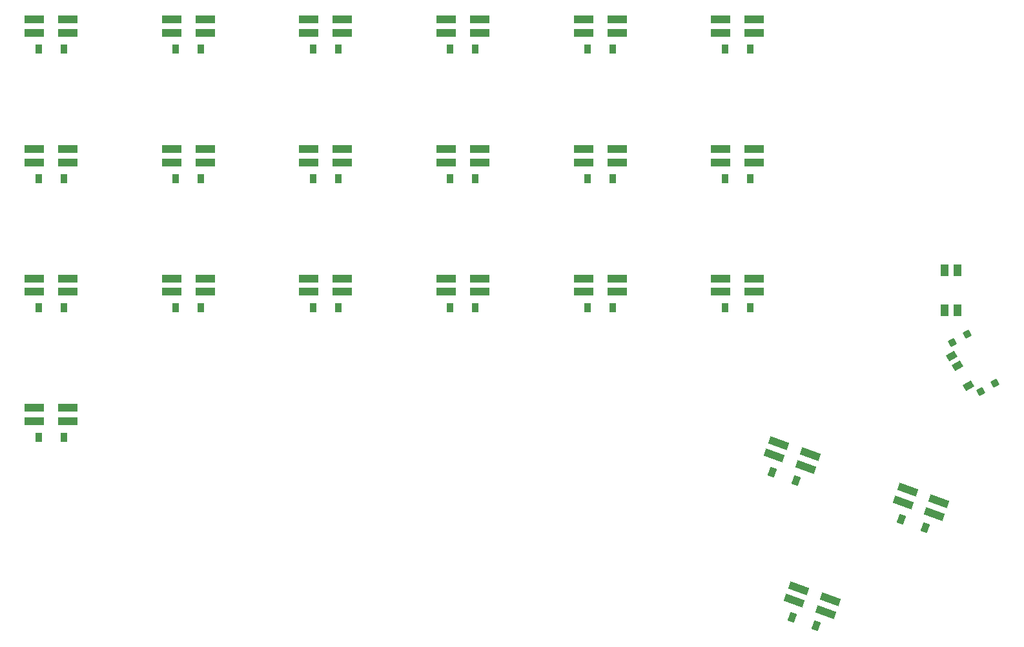
<source format=gbr>
%TF.GenerationSoftware,KiCad,Pcbnew,8.0.5*%
%TF.CreationDate,2024-09-15T18:20:54-04:00*%
%TF.ProjectId,theguy,74686567-7579-42e6-9b69-6361645f7063,v1.0.0*%
%TF.SameCoordinates,Original*%
%TF.FileFunction,Paste,Top*%
%TF.FilePolarity,Positive*%
%FSLAX46Y46*%
G04 Gerber Fmt 4.6, Leading zero omitted, Abs format (unit mm)*
G04 Created by KiCad (PCBNEW 8.0.5) date 2024-09-15 18:20:54*
%MOMM*%
%LPD*%
G01*
G04 APERTURE LIST*
G04 Aperture macros list*
%AMRotRect*
0 Rectangle, with rotation*
0 The origin of the aperture is its center*
0 $1 length*
0 $2 width*
0 $3 Rotation angle, in degrees counterclockwise*
0 Add horizontal line*
21,1,$1,$2,0,0,$3*%
G04 Aperture macros list end*
%ADD10RotRect,0.900000X0.900000X300.000000*%
%ADD11RotRect,0.900000X1.250000X300.000000*%
%ADD12RotRect,0.900000X1.200000X340.000000*%
%ADD13R,0.900000X1.200000*%
%ADD14R,2.600000X1.000000*%
%ADD15R,1.000000X1.550000*%
%ADD16RotRect,2.600000X1.000000X340.000000*%
G04 APERTURE END LIST*
D10*
%TO.C,T1*%
X190102628Y-94445706D03*
X188197372Y-95545706D03*
X193802628Y-100854294D03*
X191897372Y-101954294D03*
D11*
X190327997Y-101186057D03*
X188827997Y-98587981D03*
X188077997Y-97288943D03*
%TD*%
D12*
%TO.C,D20*%
X164584854Y-112545254D03*
X167685840Y-113673920D03*
%TD*%
D13*
%TO.C,D3*%
X68350000Y-74000000D03*
X71650000Y-74000000D03*
%TD*%
%TO.C,D14*%
X140350000Y-91000000D03*
X143650000Y-91000000D03*
%TD*%
D14*
%TO.C,LED3*%
X67800000Y-70125000D03*
X67800000Y-71875000D03*
X72200000Y-71875000D03*
X72200000Y-70125000D03*
%TD*%
%TO.C,LED17*%
X157800000Y-87125000D03*
X157800000Y-88875000D03*
X162200000Y-88875000D03*
X162200000Y-87125000D03*
%TD*%
%TO.C,LED1*%
X67800000Y-104125000D03*
X67800000Y-105875000D03*
X72200000Y-105875000D03*
X72200000Y-104125000D03*
%TD*%
%TO.C,LED14*%
X139800000Y-87125000D03*
X139800000Y-88875000D03*
X144200000Y-88875000D03*
X144200000Y-87125000D03*
%TD*%
D15*
%TO.C,B1*%
X188850000Y-86075000D03*
X188850000Y-91325000D03*
X187150000Y-86075000D03*
X187150000Y-91325000D03*
%TD*%
D14*
%TO.C,LED16*%
X139800000Y-53125000D03*
X139800000Y-54875000D03*
X144200000Y-54875000D03*
X144200000Y-53125000D03*
%TD*%
%TO.C,LED2*%
X67800000Y-87125000D03*
X67800000Y-88875000D03*
X72200000Y-88875000D03*
X72200000Y-87125000D03*
%TD*%
D13*
%TO.C,D6*%
X86350000Y-74000000D03*
X89650000Y-74000000D03*
%TD*%
%TO.C,D1*%
X68350000Y-108000000D03*
X71650000Y-108000000D03*
%TD*%
D14*
%TO.C,LED19*%
X157800000Y-53125000D03*
X157800000Y-54875000D03*
X162200000Y-54875000D03*
X162200000Y-53125000D03*
%TD*%
D13*
%TO.C,D16*%
X140350000Y-57000000D03*
X143650000Y-57000000D03*
%TD*%
D14*
%TO.C,LED9*%
X103800000Y-70125000D03*
X103800000Y-71875000D03*
X108200000Y-71875000D03*
X108200000Y-70125000D03*
%TD*%
D16*
%TO.C,LED21*%
X182307818Y-114872197D03*
X181709283Y-116516659D03*
X185843930Y-118021547D03*
X186442465Y-116377085D03*
%TD*%
D14*
%TO.C,LED7*%
X85800000Y-53125000D03*
X85800000Y-54875000D03*
X90200000Y-54875000D03*
X90200000Y-53125000D03*
%TD*%
D13*
%TO.C,D12*%
X122350000Y-74000000D03*
X125650000Y-74000000D03*
%TD*%
%TO.C,D15*%
X140350000Y-74000000D03*
X143650000Y-74000000D03*
%TD*%
%TO.C,D17*%
X158350000Y-91000000D03*
X161650000Y-91000000D03*
%TD*%
D14*
%TO.C,LED5*%
X85800000Y-87125000D03*
X85800000Y-88875000D03*
X90200000Y-88875000D03*
X90200000Y-87125000D03*
%TD*%
D13*
%TO.C,D10*%
X104350000Y-57000000D03*
X107650000Y-57000000D03*
%TD*%
%TO.C,D7*%
X86350000Y-57000000D03*
X89650000Y-57000000D03*
%TD*%
%TO.C,D19*%
X158350000Y-57000000D03*
X161650000Y-57000000D03*
%TD*%
D14*
%TO.C,LED18*%
X157800000Y-70125000D03*
X157800000Y-71875000D03*
X162200000Y-71875000D03*
X162200000Y-70125000D03*
%TD*%
D13*
%TO.C,D13*%
X122350000Y-57000000D03*
X125650000Y-57000000D03*
%TD*%
%TO.C,D11*%
X122350000Y-91000000D03*
X125650000Y-91000000D03*
%TD*%
D14*
%TO.C,LED10*%
X103800000Y-53125000D03*
X103800000Y-54875000D03*
X108200000Y-54875000D03*
X108200000Y-53125000D03*
%TD*%
D12*
%TO.C,D22*%
X167227745Y-131598210D03*
X170328731Y-132726876D03*
%TD*%
D16*
%TO.C,LED20*%
X165393351Y-108715835D03*
X164794816Y-110360297D03*
X168929463Y-111865185D03*
X169527998Y-110220723D03*
%TD*%
D13*
%TO.C,D5*%
X86350000Y-91000000D03*
X89650000Y-91000000D03*
%TD*%
%TO.C,D8*%
X104350000Y-91000000D03*
X107650000Y-91000000D03*
%TD*%
D12*
%TO.C,D21*%
X181499321Y-118701617D03*
X184600307Y-119830283D03*
%TD*%
D16*
%TO.C,LED22*%
X168036242Y-127768790D03*
X167437707Y-129413252D03*
X171572354Y-130918140D03*
X172170889Y-129273678D03*
%TD*%
D14*
%TO.C,LED15*%
X139800000Y-70125000D03*
X139800000Y-71875000D03*
X144200000Y-71875000D03*
X144200000Y-70125000D03*
%TD*%
%TO.C,LED6*%
X85800000Y-70125000D03*
X85800000Y-71875000D03*
X90200000Y-71875000D03*
X90200000Y-70125000D03*
%TD*%
D13*
%TO.C,D4*%
X68350000Y-57000000D03*
X71650000Y-57000000D03*
%TD*%
D14*
%TO.C,LED12*%
X121800000Y-70125000D03*
X121800000Y-71875000D03*
X126200000Y-71875000D03*
X126200000Y-70125000D03*
%TD*%
D13*
%TO.C,D2*%
X68350000Y-91000000D03*
X71650000Y-91000000D03*
%TD*%
D14*
%TO.C,LED11*%
X121800000Y-87125000D03*
X121800000Y-88875000D03*
X126200000Y-88875000D03*
X126200000Y-87125000D03*
%TD*%
%TO.C,LED13*%
X121800000Y-53125000D03*
X121800000Y-54875000D03*
X126200000Y-54875000D03*
X126200000Y-53125000D03*
%TD*%
D13*
%TO.C,D9*%
X104350000Y-74000000D03*
X107650000Y-74000000D03*
%TD*%
D14*
%TO.C,LED4*%
X67800000Y-53125000D03*
X67800000Y-54875000D03*
X72200000Y-54875000D03*
X72200000Y-53125000D03*
%TD*%
%TO.C,LED8*%
X103800000Y-87125000D03*
X103800000Y-88875000D03*
X108200000Y-88875000D03*
X108200000Y-87125000D03*
%TD*%
D13*
%TO.C,D18*%
X158350000Y-74000000D03*
X161650000Y-74000000D03*
%TD*%
M02*

</source>
